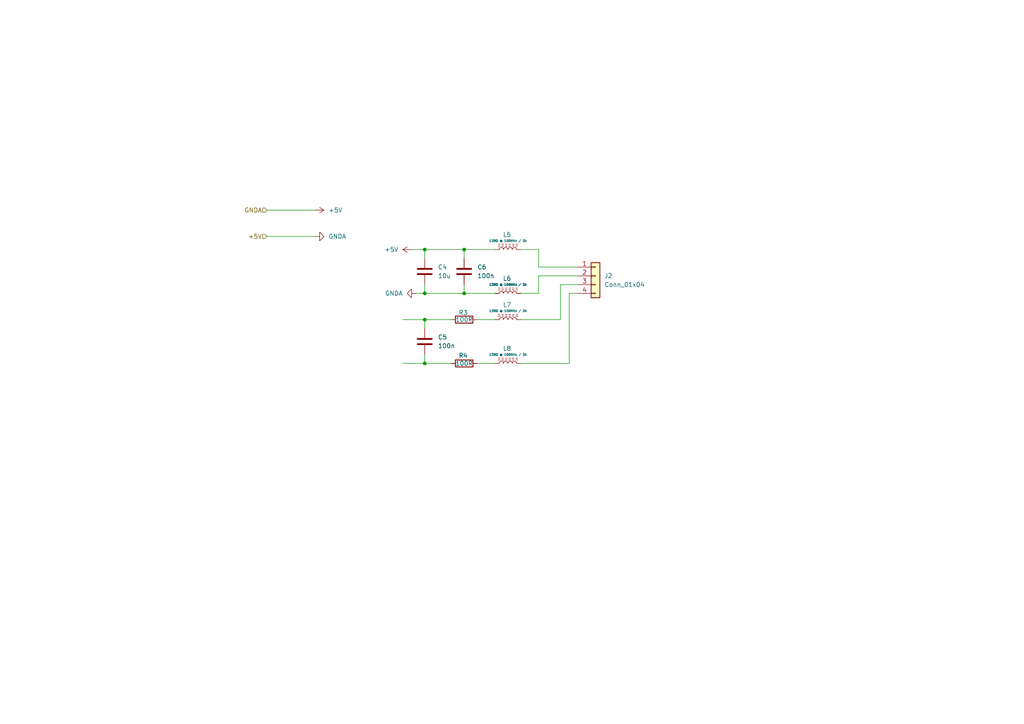
<source format=kicad_sch>
(kicad_sch (version 20231120) (generator "eeschema") (generator_version "8.0")
  (paper "A4")
  (lib_symbols
    (symbol "Connector_Generic:Conn_01x04" (pin_names (offset 1.016) hide)
      (property "Reference" "J" (at 0 5.08 0))
      (property "Value" "Conn_01x04" (at 0 -7.62 0))
      (symbol "Conn_01x04_1_1"
        (rectangle (start -1.27 -4.953) (end 0 -5.207) (stroke (width 0.1524)))
        (rectangle (start -1.27 -2.413) (end 0 -2.667) (stroke (width 0.1524)))
        (rectangle (start -1.27 0.127) (end 0 -0.127) (stroke (width 0.1524)))
        (rectangle (start -1.27 2.667) (end 0 2.413) (stroke (width 0.1524)))
        (rectangle (start -1.27 3.81) (end 1.27 -6.35) (stroke (width 0.254)) (fill (type background)))
        (pin passive line (at -5.08 2.54 0) (length 3.81) (name "Pin_1") (number "1"))
        (pin passive line (at -5.08 0 0) (length 3.81) (name "Pin_2") (number "2"))
        (pin passive line (at -5.08 -2.54 0) (length 3.81) (name "Pin_3") (number "3"))
        (pin passive line (at -5.08 -5.08 0) (length 3.81) (name "Pin_4") (number "4"))
      )
    )
    (symbol "Device:C" (pin_numbers hide) (pin_names (offset 0.254))
      (property "Reference" "C" (at 0.635 2.54 0))
      (property "Value" "C" (at 0.635 -2.54 0))
      (symbol "C_0_1"
        (polyline (pts (xy -2.032 -0.762) (xy 2.032 -0.762)) (stroke (width 0.508)))
        (polyline (pts (xy -2.032 0.762) (xy 2.032 0.762)) (stroke (width 0.508)))
      )
      (symbol "C_1_1"
        (pin passive line (at 0 3.81 270) (length 2.794) (name "~") (number "1"))
        (pin passive line (at 0 -3.81 90) (length 2.794) (name "~") (number "2"))
      )
    )
    (symbol "Device:L_Ferrite" (pin_numbers hide) (pin_names (offset 1.016) hide)
      (property "Reference" "L" (at -1.27 0 90))
      (property "Value" "L_Ferrite" (at 2.794 0 90))
      (symbol "L_Ferrite_0_1"
        (arc (start 0 -2.54) (mid 0.6323 -1.905) (end 0 -1.27))
        (arc (start 0 -1.27) (mid 0.6323 -0.635) (end 0 0))
        (polyline (pts (xy 1.016 -2.794) (xy 1.016 -2.286)))
        (polyline (pts (xy 1.016 -1.778) (xy 1.016 -1.27)))
        (polyline (pts (xy 1.016 -0.762) (xy 1.016 -0.254)))
        (polyline (pts (xy 1.016 0.254) (xy 1.016 0.762)))
        (polyline (pts (xy 1.016 1.27) (xy 1.016 1.778)))
        (polyline (pts (xy 1.016 2.286) (xy 1.016 2.794)))
        (polyline (pts (xy 1.524 -2.286) (xy 1.524 -2.794)))
        (polyline (pts (xy 1.524 -1.27) (xy 1.524 -1.778)))
        (polyline (pts (xy 1.524 -0.254) (xy 1.524 -0.762)))
        (polyline (pts (xy 1.524 0.762) (xy 1.524 0.254)))
        (polyline (pts (xy 1.524 1.778) (xy 1.524 1.27)))
        (polyline (pts (xy 1.524 2.794) (xy 1.524 2.286)))
        (arc (start 0 0) (mid 0.6323 0.635) (end 0 1.27))
        (arc (start 0 1.27) (mid 0.6323 1.905) (end 0 2.54))
      )
      (symbol "L_Ferrite_1_1"
        (pin passive line (at 0 3.81 270) (length 1.27) (name "1") (number "1"))
        (pin passive line (at 0 -3.81 90) (length 1.27) (name "2") (number "2"))
      )
    )
    (symbol "Device:R" (pin_numbers hide) (pin_names (offset 0))
      (property "Reference" "R" (at 2.032 0 90))
      (property "Value" "R" (at 0 0 90))
      (symbol "R_0_1"
        (rectangle (start -1.016 -2.54) (end 1.016 2.54) (stroke (width 0.254)))
      )
      (symbol "R_1_1"
        (pin passive line (at 0 3.81 270) (length 1.27) (name "~") (number "1"))
        (pin passive line (at 0 -3.81 90) (length 1.27) (name "~") (number "2"))
      )
    )
    (symbol "power:+5V" (power) (pin_numbers hide) (pin_names (offset 0) hide)
      (property "Value" "+5V" (at 0 3.556 0))
      (symbol "+5V_0_1"
        (polyline (pts (xy -0.762 1.27) (xy 0 2.54)))
        (polyline (pts (xy 0 0) (xy 0 2.54)))
        (polyline (pts (xy 0 2.54) (xy 0.762 1.27)))
      )
      (symbol "+5V_1_1"
        (pin power_in line (at 0 0 90) (length 0) (name "~") (number "1"))
      )
    )
    (symbol "power:GNDA" (power) (pin_numbers hide) (pin_names (offset 0) hide)
      (property "Value" "GNDA" (at 0 -3.81 0))
      (symbol "GNDA_0_1"
        (polyline (pts (xy 0 0) (xy 0 -1.27) (xy 1.27 -1.27) (xy 0 -2.54) (xy -1.27 -1.27) (xy 0 -1.27)))
      )
      (symbol "GNDA_1_1"
        (pin power_in line (at 0 0 270) (length 0) (name "~") (number "1"))
      )
    )
  )
  (junction (at 123.19 72.39))
  (junction (at 123.19 85.09))
  (junction (at 134.62 72.39))
  (junction (at 134.62 85.09))
  (junction (at 123.19 92.71))
  (junction (at 123.19 105.41))
  (wire (pts (xy 120.65 85.09) (xy 123.19 85.09)))
  (wire (pts (xy 123.19 72.39) (xy 134.62 72.39)))
  (wire (pts (xy 151.13 85.09) (xy 156.21 85.09)))
  (wire (pts (xy 134.62 82.55) (xy 134.62 85.09)))
  (wire (pts (xy 134.62 72.39) (xy 143.51 72.39)))
  (wire (pts (xy 156.21 72.39) (xy 156.21 77.47)))
  (wire (pts (xy 167.64 80.01) (xy 156.21 80.01)))
  (wire (pts (xy 151.13 72.39) (xy 156.21 72.39)))
  (wire (pts (xy 134.62 85.09) (xy 143.51 85.09)))
  (wire (pts (xy 165.1 85.09) (xy 167.64 85.09)))
  (wire (pts (xy 156.21 80.01) (xy 156.21 85.09)))
  (wire (pts (xy 123.19 102.87) (xy 123.19 105.41)))
  (wire (pts (xy 138.43 92.71) (xy 143.51 92.71)))
  (wire (pts (xy 138.43 105.41) (xy 143.51 105.41)))
  (wire (pts (xy 123.19 92.71) (xy 123.19 95.25)))
  (wire (pts (xy 116.84 105.41) (xy 123.19 105.41)))
  (wire (pts (xy 119.38 72.39) (xy 123.19 72.39)))
  (wire (pts (xy 156.21 77.47) (xy 167.64 77.47)))
  (wire (pts (xy 123.19 85.09) (xy 134.62 85.09)))
  (wire (pts (xy 162.56 92.71) (xy 162.56 82.55)))
  (wire (pts (xy 123.19 72.39) (xy 123.19 74.93)))
  (wire (pts (xy 162.56 82.55) (xy 167.64 82.55)))
  (wire (pts (xy 116.84 92.71) (xy 123.19 92.71)))
  (wire (pts (xy 123.19 105.41) (xy 130.81 105.41)))
  (wire (pts (xy 165.1 105.41) (xy 165.1 85.09)))
  (wire (pts (xy 151.13 92.71) (xy 162.56 92.71)))
  (wire (pts (xy 151.13 105.41) (xy 165.1 105.41)))
  (wire (pts (xy 123.19 92.71) (xy 130.81 92.71)))
  (wire (pts (xy 134.62 72.39) (xy 134.62 74.93)))
  (wire (pts (xy 123.19 82.55) (xy 123.19 85.09)))
  (wire (pts (xy 77.47 68.58) (xy 91.44 68.58)))
  (wire (pts (xy 77.47 60.96) (xy 91.44 60.96)))
  (hierarchical_label "GNDA" (shape input) (at 77.47 60.96 180))
  (hierarchical_label "+5V" (shape input) (at 77.47 68.58 180))
  (symbol (lib_id "Device:L_Ferrite") (at 147.32 105.41 90) (unit 1)
    (property "Reference" "L8" (at 147.066 101.092 90))
    (property "Value" "120Ω @ 100MHz / 3A" (at 147.32 102.87 90) (effects (font (size 0.635 0.635))))
    (property "Description" "Inductor with ferrite core" (effects (hide yes)))
  )
  (symbol (lib_id "power:+5V") (at 91.44 60.96 270) (unit 1)
    (property "Reference" "#PWR05" (effects (hide yes)))
    (property "Value" "+5V" (at 95.25 60.9599 90) (effects (justify left)))
    (property "Description" "Power symbol creates a global label with name \"+5V\"" (effects (hide yes)))
  )
  (symbol (lib_id "Device:L_Ferrite") (at 147.32 72.39 90) (unit 1)
    (property "Reference" "L5" (at 147.066 68.072 90))
    (property "Value" "120Ω @ 100MHz / 3A" (at 147.32 69.85 90) (effects (font (size 0.635 0.635))))
    (property "Description" "Inductor with ferrite core" (effects (hide yes)))
  )
  (symbol (lib_id "power:GNDA") (at 120.65 85.09 270) (unit 1)
    (property "Reference" "#PWR04" (effects (hide yes)))
    (property "Value" "GNDA" (at 116.84 85.0899 90) (effects (justify right)))
    (property "Description" "Power symbol creates a global label with name \"GNDA\" , analog ground" (effects (hide yes)))
  )
  (symbol (lib_id "Device:L_Ferrite") (at 147.32 92.71 90) (unit 1)
    (property "Reference" "L7" (at 147.066 88.392 90))
    (property "Value" "120Ω @ 100MHz / 3A" (at 147.32 90.17 90) (effects (font (size 0.635 0.635))))
    (property "Description" "Inductor with ferrite core" (effects (hide yes)))
  )
  (symbol (lib_id "Device:C") (at 134.62 78.74 0) (unit 1)
    (property "Reference" "C6" (at 138.43 77.4699 0) (effects (justify left)))
    (property "Value" "100n" (at 138.43 80.0099 0) (effects (justify left)))
    (property "Description" "Unpolarized capacitor" (effects (hide yes)))
  )
  (symbol (lib_id "power:GNDA") (at 91.44 68.58 90) (unit 1)
    (property "Reference" "#PWR06" (effects (hide yes)))
    (property "Value" "GNDA" (at 95.25 68.5799 90) (effects (justify right)))
    (property "Description" "Power symbol creates a global label with name \"GNDA\" , analog ground" (effects (hide yes)))
  )
  (symbol (lib_id "power:+5V") (at 119.38 72.39 90) (unit 1)
    (property "Reference" "#PWR02" (effects (hide yes)))
    (property "Value" "+5V" (at 115.57 72.3899 90) (effects (justify left)))
    (property "Description" "Power symbol creates a global label with name \"+5V\"" (effects (hide yes)))
  )
  (symbol (lib_id "Device:L_Ferrite") (at 147.32 85.09 90) (unit 1)
    (property "Reference" "L6" (at 147.066 80.772 90))
    (property "Value" "120Ω @ 100MHz / 3A" (at 147.32 82.55 90) (effects (font (size 0.635 0.635))))
    (property "Description" "Inductor with ferrite core" (effects (hide yes)))
  )
  (symbol (lib_id "Connector_Generic:Conn_01x04") (at 172.72 80.01 0) (unit 1)
    (property "Reference" "J2" (at 175.26 80.0099 0) (effects (justify left)))
    (property "Value" "Conn_01x04" (at 175.26 82.5499 0) (effects (justify left)))
    (property "Description" "Generic connector, single row, 01x04, script generated (kicad-library-utils/schlib/autogen/connector/)" (effects (hide yes)))
  )
  (symbol (lib_id "Device:C") (at 123.19 78.74 0) (unit 1)
    (property "Reference" "C4" (at 127 77.4699 0) (effects (justify left)))
    (property "Value" "10u" (at 127 80.0099 0) (effects (justify left)))
    (property "Description" "Unpolarized capacitor" (effects (hide yes)))
  )
  (symbol (lib_id "Device:R") (at 134.62 105.41 270) (unit 1)
    (property "Reference" "R4" (at 134.366 103.124 90))
    (property "Value" "100R" (at 134.62 105.41 90))
    (property "Description" "Resistor" (effects (hide yes)))
  )
  (symbol (lib_id "Device:C") (at 123.19 99.06 0) (unit 1)
    (property "Reference" "C5" (at 127 97.7899 0) (effects (justify left)))
    (property "Value" "100n" (at 127 100.3299 0) (effects (justify left)))
    (property "Description" "Unpolarized capacitor" (effects (hide yes)))
  )
  (symbol (lib_id "Device:R") (at 134.62 92.71 270) (unit 1)
    (property "Reference" "R3" (at 134.366 90.678 90))
    (property "Value" "100R" (at 134.62 92.71 90))
    (property "Description" "Resistor" (effects (hide yes)))
  )
)
</source>
